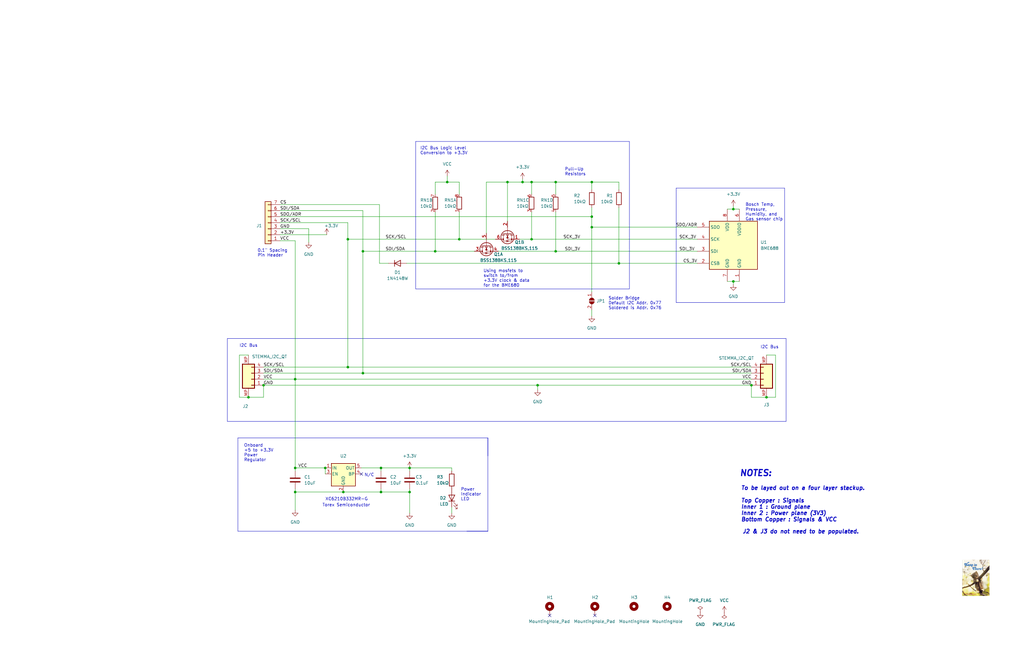
<source format=kicad_sch>
(kicad_sch (version 20231120) (generator "eeschema") (generator_version "8.0")
  (paper "B")
  (title_block (title "BME688 Breakout Board") (rev "0.1") (company "Cat Branchman") (comment 1 "ezzat@stanford.edu") (comment 2 "Stanford, CA 94305-9505") (comment 3 "350 Jane Stanford Way") (comment 4 "Electrical Engineering Department") (comment 5 "EE 156 / Stanford University"))
  (lib_symbols
    (symbol "+3.3V_1" (power) (pin_names (offset 0))
      (property "Value" "+3.3V" (at 0 3.556 0))
      (symbol "+3.3V_1_0_1"
        (polyline (pts (xy -0.762 1.27) (xy 0 2.54)))
        (polyline (pts (xy 0 0) (xy 0 2.54)))
        (polyline (pts (xy 0 2.54) (xy 0.762 1.27)))
      )
      (symbol "+3.3V_1_1_1"
        (pin power_in line (at 0 0 90) (length 0) hide (name "+3.3V") (number "1"))
      )
    )
    (symbol "+3.3V_2" (power) (pin_names (offset 0))
      (property "Value" "+3.3V" (at 0 3.556 0))
      (symbol "+3.3V_2_0_1"
        (polyline (pts (xy -0.762 1.27) (xy 0 2.54)))
        (polyline (pts (xy 0 0) (xy 0 2.54)))
        (polyline (pts (xy 0 2.54) (xy 0.762 1.27)))
      )
      (symbol "+3.3V_2_1_1"
        (pin power_in line (at 0 0 90) (length 0) hide (name "+3.3V") (number "1"))
      )
    )
    (symbol "+3.3V_3" (power) (pin_names (offset 0))
      (property "Value" "+3.3V" (at 0 3.556 0))
      (symbol "+3.3V_3_0_1"
        (polyline (pts (xy -0.762 1.27) (xy 0 2.54)))
        (polyline (pts (xy 0 0) (xy 0 2.54)))
        (polyline (pts (xy 0 2.54) (xy 0.762 1.27)))
      )
      (symbol "+3.3V_3_1_1"
        (pin power_in line (at 0 0 90) (length 0) hide (name "+3.3V") (number "1"))
      )
    )
    (symbol "GND_1" (power) (pin_names (offset 0))
      (property "Value" "GND" (at 0 -3.81 0))
      (symbol "GND_1_0_1"
        (polyline (pts (xy 0 0) (xy 0 -1.27) (xy 1.27 -1.27) (xy 0 -2.54) (xy -1.27 -1.27) (xy 0 -1.27)))
      )
      (symbol "GND_1_1_1"
        (pin power_in line (at 0 0 270) (length 0) hide (name "GND") (number "1"))
      )
    )
    (symbol "GND_2" (power) (pin_names (offset 0))
      (property "Value" "GND" (at 0 -3.81 0))
      (symbol "GND_2_0_1"
        (polyline (pts (xy 0 0) (xy 0 -1.27) (xy 1.27 -1.27) (xy 0 -2.54) (xy -1.27 -1.27) (xy 0 -1.27)))
      )
      (symbol "GND_2_1_1"
        (pin power_in line (at 0 0 270) (length 0) hide (name "GND") (number "1"))
      )
    )
    (symbol "GND_3" (power) (pin_names (offset 0))
      (property "Value" "GND" (at 0 -3.81 0))
      (symbol "GND_3_0_1"
        (polyline (pts (xy 0 0) (xy 0 -1.27) (xy 1.27 -1.27) (xy 0 -2.54) (xy -1.27 -1.27) (xy 0 -1.27)))
      )
      (symbol "GND_3_1_1"
        (pin power_in line (at 0 0 270) (length 0) hide (name "GND") (number "1"))
      )
    )
    (symbol "GND_4" (power) (pin_names (offset 0))
      (property "Value" "GND" (at 0 -3.81 0))
      (symbol "GND_4_0_1"
        (polyline (pts (xy 0 0) (xy 0 -1.27) (xy 1.27 -1.27) (xy 0 -2.54) (xy -1.27 -1.27) (xy 0 -1.27)))
      )
      (symbol "GND_4_1_1"
        (pin power_in line (at 0 0 270) (length 0) hide (name "GND") (number "1"))
      )
    )
    (symbol "GND_5" (power) (pin_names (offset 0))
      (property "Value" "GND" (at 0 -3.81 0))
      (symbol "GND_5_0_1"
        (polyline (pts (xy 0 0) (xy 0 -1.27) (xy 1.27 -1.27) (xy 0 -2.54) (xy -1.27 -1.27) (xy 0 -1.27)))
      )
      (symbol "GND_5_1_1"
        (pin power_in line (at 0 0 270) (length 0) hide (name "GND") (number "1"))
      )
    )
    (symbol "GND_6" (power) (pin_names (offset 0))
      (property "Value" "GND" (at 0 -3.81 0))
      (symbol "GND_6_0_1"
        (polyline (pts (xy 0 0) (xy 0 -1.27) (xy 1.27 -1.27) (xy 0 -2.54) (xy -1.27 -1.27) (xy 0 -1.27)))
      )
      (symbol "GND_6_1_1"
        (pin power_in line (at 0 0 270) (length 0) hide (name "GND") (number "1"))
      )
    )
    (symbol "GND_7" (power) (pin_names (offset 0))
      (property "Value" "GND" (at 0 -3.81 0))
      (symbol "GND_7_0_1"
        (polyline (pts (xy 0 0) (xy 0 -1.27) (xy 1.27 -1.27) (xy 0 -2.54) (xy -1.27 -1.27) (xy 0 -1.27)))
      )
      (symbol "GND_7_1_1"
        (pin power_in line (at 0 0 270) (length 0) hide (name "GND") (number "1"))
      )
    )
    (symbol "Lab_3:STEMMA_I2C_QT" (pin_names (offset 1.016) hide)
      (property "Reference" "J2" (at 6.35 0 0))
      (property "Value" "STEMMA_I2C_QT" (at 12.7 -2.54 0))
      (symbol "STEMMA_I2C_QT_0_0"
        (pin passive line (at 1.27 -10.16 90) (length 3.81) (name "Mounting_Pad") (number "MP"))
        (pin passive line (at 1.27 7.62 270) (length 3.81) (name "Mounting_Pad") (number "MP"))
      )
      (symbol "STEMMA_I2C_QT_0_1"
        (rectangle (start -1.27 -6.35) (end 3.81 3.81) (stroke (width 0.4)) (fill (type background)))
      )
      (symbol "STEMMA_I2C_QT_1_1"
        (rectangle (start -1.27 -4.953) (end 0 -5.207) (stroke (width 0.1524)))
        (rectangle (start -1.27 -2.413) (end 0 -2.667) (stroke (width 0.1524)))
        (rectangle (start -1.27 0.127) (end 0 -0.127) (stroke (width 0.1524)))
        (rectangle (start -1.27 2.667) (end 0 2.413) (stroke (width 0.1524)))
        (pin passive line (at -5.08 2.54 0) (length 3.81) (name "Pin_1") (number "1"))
        (pin passive line (at -5.08 0 0) (length 3.81) (name "Pin_2") (number "2"))
        (pin passive line (at -5.08 -2.54 0) (length 3.81) (name "Pin_3") (number "3"))
        (pin passive line (at -5.08 -5.08 0) (length 3.81) (name "Pin_4") (number "4"))
      )
    )
    (symbol "Lab_4:1N4148W" (pin_numbers hide) (pin_names hide)
      (property "Reference" "D" (at 0 2.54 0))
      (property "Value" "1N4148W" (at 0 -2.54 0))
      (symbol "1N4148W_0_1"
        (polyline (pts (xy -1.27 1.27) (xy -1.27 -1.27)) (stroke (width 0.254)))
        (polyline (pts (xy 1.27 0) (xy -1.27 0)))
        (polyline (pts (xy 1.27 1.27) (xy 1.27 -1.27) (xy -1.27 0) (xy 1.27 1.27)) (stroke (width 0.254)))
      )
      (symbol "1N4148W_1_1"
        (pin passive line (at -3.81 0 0) (length 2.54) (name "K") (number "1"))
        (pin passive line (at 3.81 0 180) (length 2.54) (name "A") (number "2"))
      )
    )
    (symbol "Lab_4:2N7002D" (pin_names hide)
      (property "Reference" "Q" (at 5.08 1.905 0))
      (property "Value" "2N7002D" (at 5.08 0 0))
      (symbol "2N7002D_0_1"
        (polyline (pts (xy 0.254 0) (xy -2.54 0)))
        (polyline (pts (xy 0.254 1.905) (xy 0.254 -1.905)) (stroke (width 0.254)))
        (polyline (pts (xy 0.762 -1.27) (xy 0.762 -2.286)) (stroke (width 0.254)))
        (polyline (pts (xy 0.762 0.508) (xy 0.762 -0.508)) (stroke (width 0.254)))
        (polyline (pts (xy 0.762 2.286) (xy 0.762 1.27)) (stroke (width 0.254)))
        (polyline (pts (xy 2.54 2.54) (xy 2.54 1.778)))
        (polyline (pts (xy 2.54 -2.54) (xy 2.54 0) (xy 0.762 0)))
        (polyline (pts (xy 0.762 -1.778) (xy 3.302 -1.778) (xy 3.302 1.778) (xy 0.762 1.778)))
        (polyline (pts (xy 1.016 0) (xy 2.032 0.381) (xy 2.032 -0.381) (xy 1.016 0)) (fill (type outline)))
        (polyline (pts (xy 2.794 0.508) (xy 2.921 0.381) (xy 3.683 0.381) (xy 3.81 0.254)))
        (polyline (pts (xy 3.302 0.381) (xy 2.921 -0.254) (xy 3.683 -0.254) (xy 3.302 0.381)))
        (circle (center 1.651 0) (radius 2.794) (stroke (width 0.254)))
        (circle (center 2.54 -1.778) (radius 0.254) (fill (type outline)))
        (circle (center 2.54 1.778) (radius 0.254) (fill (type outline)))
      )
      (symbol "2N7002D_1_1"
        (pin passive line (at 2.54 5.08 270) (length 2.54) (name "D") (number "3"))
        (pin passive line (at 2.54 -5.08 90) (length 2.54) (name "S") (number "4"))
        (pin input line (at -5.08 0 0) (length 2.54) (name "G") (number "5"))
      )
      (symbol "2N7002D_2_1"
        (pin passive line (at 2.54 -5.08 90) (length 2.54) (name "S") (number "1"))
        (pin input line (at -5.08 0 0) (length 2.54) (name "G") (number "2"))
        (pin passive line (at 2.54 5.08 270) (length 2.54) (name "D") (number "6"))
      )
    )
    (symbol "Lab_4:BME680"
      (property "Reference" "U" (at -8.89 11.43 0))
      (property "Value" "BME680" (at 7.62 11.43 0))
      (symbol "BME680_0_1"
        (rectangle (start -10.16 10.16) (end 10.16 -10.16) (stroke (width 0.254)) (fill (type background)))
      )
      (symbol "BME680_1_1"
        (pin power_in line (at -2.54 -15.24 90) (length 5.08) (name "GND") (number "1"))
        (pin input line (at 15.24 -7.62 180) (length 5.08) (name "CSB") (number "2"))
        (pin bidirectional line (at 15.24 -2.54 180) (length 5.08) (name "SDI") (number "3"))
        (pin input line (at 15.24 2.54 180) (length 5.08) (name "SCK") (number "4"))
        (pin bidirectional line (at 15.24 7.62 180) (length 5.08) (name "SDO") (number "5"))
        (pin power_in line (at -2.54 15.24 270) (length 5.08) (name "VDDIO") (number "6"))
        (pin power_in line (at 2.54 -15.24 90) (length 5.08) (name "GND") (number "7"))
        (pin power_in line (at 2.54 15.24 270) (length 5.08) (name "VDD") (number "8"))
      )
    )
    (symbol "Lab_4:C" (pin_numbers hide) (pin_names (offset 0.254))
      (property "Reference" "C" (at 0.635 2.54 0))
      (property "Value" "C" (at 0.635 -2.54 0))
      (symbol "C_0_1"
        (polyline (pts (xy -2.032 -0.762) (xy 2.032 -0.762)) (stroke (width 0.508)))
        (polyline (pts (xy -2.032 0.762) (xy 2.032 0.762)) (stroke (width 0.508)))
      )
      (symbol "C_1_1"
        (pin passive line (at 0 3.81 270) (length 2.794) (name "~") (number "1"))
        (pin passive line (at 0 -3.81 90) (length 2.794) (name "~") (number "2"))
      )
    )
    (symbol "Lab_4:Conn_01x07" (pin_names (offset 1.016) hide)
      (property "Reference" "J" (at 0 10.16 0))
      (property "Value" "Conn_01x07" (at 0 -10.16 0))
      (symbol "Conn_01x07_1_1"
        (rectangle (start -1.27 -7.493) (end 0 -7.747) (stroke (width 0.1524)))
        (rectangle (start -1.27 -4.953) (end 0 -5.207) (stroke (width 0.1524)))
        (rectangle (start -1.27 -2.413) (end 0 -2.667) (stroke (width 0.1524)))
        (rectangle (start -1.27 0.127) (end 0 -0.127) (stroke (width 0.1524)))
        (rectangle (start -1.27 2.667) (end 0 2.413) (stroke (width 0.1524)))
        (rectangle (start -1.27 5.207) (end 0 4.953) (stroke (width 0.1524)))
        (rectangle (start -1.27 7.747) (end 0 7.493) (stroke (width 0.1524)))
        (rectangle (start -1.27 8.89) (end 1.27 -8.89) (stroke (width 0.254)) (fill (type background)))
        (pin passive line (at -5.08 7.62 0) (length 3.81) (name "Pin_1") (number "1"))
        (pin passive line (at -5.08 5.08 0) (length 3.81) (name "Pin_2") (number "2"))
        (pin passive line (at -5.08 2.54 0) (length 3.81) (name "Pin_3") (number "3"))
        (pin passive line (at -5.08 0 0) (length 3.81) (name "Pin_4") (number "4"))
        (pin passive line (at -5.08 -2.54 0) (length 3.81) (name "Pin_5") (number "5"))
        (pin passive line (at -5.08 -5.08 0) (length 3.81) (name "Pin_6") (number "6"))
        (pin passive line (at -5.08 -7.62 0) (length 3.81) (name "Pin_7") (number "7"))
      )
    )
    (symbol "Lab_4:LED" (pin_numbers hide) (pin_names (offset 1.016) hide)
      (property "Reference" "D" (at 0 2.54 0))
      (property "Value" "LED" (at 0 -2.54 0))
      (symbol "LED_0_1"
        (polyline (pts (xy -1.27 -1.27) (xy -1.27 1.27)) (stroke (width 0.254)))
        (polyline (pts (xy -1.27 0) (xy 1.27 0)))
        (polyline (pts (xy 1.27 -1.27) (xy 1.27 1.27) (xy -1.27 0) (xy 1.27 -1.27)) (stroke (width 0.254)))
        (polyline (pts (xy -3.048 -0.762) (xy -4.572 -2.286) (xy -3.81 -2.286) (xy -4.572 -2.286) (xy -4.572 -1.524)))
        (polyline (pts (xy -1.778 -0.762) (xy -3.302 -2.286) (xy -2.54 -2.286) (xy -3.302 -2.286) (xy -3.302 -1.524)))
      )
      (symbol "LED_1_1"
        (pin passive line (at -3.81 0 0) (length 2.54) (name "K") (number "1"))
        (pin passive line (at 3.81 0 180) (length 2.54) (name "A") (number "2"))
      )
    )
    (symbol "Lab_4:MIC5205-3.3YM5" (pin_names (offset 0.254))
      (property "Reference" "U" (at -3.81 5.715 0))
      (property "Value" "MIC5205-3.3YM5" (at 0 5.715 0))
      (symbol "MIC5205-3.3YM5_0_1"
        (rectangle (start -5.08 4.445) (end 5.08 -5.08) (stroke (width 0.254)) (fill (type background)))
      )
      (symbol "MIC5205-3.3YM5_1_1"
        (pin power_in line (at -7.62 2.54 0) (length 2.54) (name "IN") (number "1"))
        (pin power_in line (at 0 -7.62 90) (length 2.54) (name "GND") (number "2"))
        (pin input line (at -7.62 0 0) (length 2.54) (name "EN") (number "3"))
        (pin input line (at 7.62 0 180) (length 2.54) (name "BP") (number "4"))
        (pin power_out line (at 7.62 2.54 180) (length 2.54) (name "OUT") (number "5"))
      )
    )
    (symbol "Lab_4:MountingHole" (pin_names (offset 1.016))
      (property "Reference" "H" (at 0 5.08 0))
      (property "Value" "MountingHole" (at 0 3.175 0))
      (symbol "MountingHole_0_1"
        (circle (center 0 0) (radius 1.27) (stroke (width 1.27)))
      )
    )
    (symbol "Lab_4:MountingHole_Pad" (pin_numbers hide) (pin_names (offset 1.016) hide)
      (property "Reference" "H" (at 0 6.35 0))
      (property "Value" "MountingHole_Pad" (at 0 4.445 0))
      (symbol "MountingHole_Pad_0_1"
        (circle (center 0 1.27) (radius 1.27) (stroke (width 1.27)))
      )
      (symbol "MountingHole_Pad_1_1"
        (pin input line (at 0 -2.54 90) (length 2.54) (name "1") (number "1"))
      )
    )
    (symbol "Lab_4:R" (pin_numbers hide) (pin_names (offset 0))
      (property "Reference" "R" (at 2.032 0 90))
      (property "Value" "R" (at 0 0 90))
      (symbol "R_0_1"
        (rectangle (start -1.016 -2.54) (end 1.016 2.54) (stroke (width 0.254)))
      )
      (symbol "R_1_1"
        (pin passive line (at 0 3.81 270) (length 1.27) (name "~") (number "1"))
        (pin passive line (at 0 -3.81 90) (length 1.27) (name "~") (number "2"))
      )
    )
    (symbol "Lab_4:R_Pack04_Split" (pin_names (offset 0) hide)
      (property "Reference" "RN" (at 2.032 0 90))
      (property "Value" "R_Pack04_Split" (at 0 0 90))
      (symbol "R_Pack04_Split_0_1"
        (rectangle (start 1.016 2.54) (end -1.016 -2.54) (stroke (width 0.254)))
      )
      (symbol "R_Pack04_Split_1_1"
        (pin passive line (at 0 -3.81 90) (length 1.27) (name "R1.1") (number "1"))
        (pin passive line (at 0 3.81 270) (length 1.27) (name "R1.2") (number "8"))
      )
      (symbol "R_Pack04_Split_2_1"
        (pin passive line (at 0 -3.81 90) (length 1.27) (name "R2.1") (number "2"))
        (pin passive line (at 0 3.81 270) (length 1.27) (name "R2.2") (number "7"))
      )
      (symbol "R_Pack04_Split_3_1"
        (pin passive line (at 0 -3.81 90) (length 1.27) (name "R3.1") (number "3"))
        (pin passive line (at 0 3.81 270) (length 1.27) (name "R3.2") (number "6"))
      )
      (symbol "R_Pack04_Split_4_1"
        (pin passive line (at 0 -3.81 90) (length 1.27) (name "R4.1") (number "4"))
        (pin passive line (at 0 3.81 270) (length 1.27) (name "R4.2") (number "5"))
      )
    )
    (symbol "Lab_4:SolderJumper_2_Open" (pin_names (offset 0) hide)
      (property "Reference" "JP" (at 0 2.032 0))
      (property "Value" "SolderJumper_2_Open" (at 0 -2.54 0))
      (symbol "SolderJumper_2_Open_0_1"
        (arc (start -0.254 1.016) (mid -1.2656 0) (end -0.254 -1.016))
        (arc (start -0.254 1.016) (mid -1.2656 0) (end -0.254 -1.016) (fill (type outline)))
        (polyline (pts (xy -0.254 1.016) (xy -0.254 -1.016)))
        (polyline (pts (xy 0.254 1.016) (xy 0.254 -1.016)))
        (arc (start 0.254 -1.016) (mid 1.2656 0) (end 0.254 1.016))
        (arc (start 0.254 -1.016) (mid 1.2656 0) (end 0.254 1.016) (fill (type outline)))
      )
      (symbol "SolderJumper_2_Open_1_1"
        (pin passive line (at -3.81 0 0) (length 2.54) (name "A") (number "1"))
        (pin passive line (at 3.81 0 180) (length 2.54) (name "B") (number "2"))
      )
    )
    (symbol "PWR_FLAG_1" (power) (pin_numbers hide) (pin_names (offset 0) hide)
      (property "Value" "PWR_FLAG" (at 0 3.81 0))
      (symbol "PWR_FLAG_1_0_0"
        (pin power_out line (at 0 0 90) (length 0) (name "pwr") (number "1"))
      )
      (symbol "PWR_FLAG_1_0_1"
        (polyline (pts (xy 0 0) (xy 0 1.27) (xy -1.016 1.905) (xy 0 2.54) (xy 1.016 1.905) (xy 0 1.27)))
      )
    )
    (symbol "STEMMA_I2C_QT_1" (pin_names (offset 1.016) hide)
      (property "Reference" "J2" (at 6.35 0 0))
      (property "Value" "STEMMA_I2C_QT" (at 12.7 -2.54 0))
      (symbol "STEMMA_I2C_QT_1_0_0"
        (pin passive line (at 1.27 -10.16 90) (length 3.81) (name "Mounting_Pad") (number "MP"))
        (pin passive line (at 1.27 7.62 270) (length 3.81) (name "Mounting_Pad") (number "MP"))
      )
      (symbol "STEMMA_I2C_QT_1_0_1"
        (rectangle (start -1.27 -6.35) (end 3.81 3.81) (stroke (width 0.4)) (fill (type background)))
      )
      (symbol "STEMMA_I2C_QT_1_1_1"
        (rectangle (start -1.27 -4.953) (end 0 -5.207) (stroke (width 0.1524)))
        (rectangle (start -1.27 -2.413) (end 0 -2.667) (stroke (width 0.1524)))
        (rectangle (start -1.27 0.127) (end 0 -0.127) (stroke (width 0.1524)))
        (rectangle (start -1.27 2.667) (end 0 2.413) (stroke (width 0.1524)))
        (pin passive line (at -5.08 2.54 0) (length 3.81) (name "Pin_1") (number "1"))
        (pin passive line (at -5.08 0 0) (length 3.81) (name "Pin_2") (number "2"))
        (pin passive line (at -5.08 -2.54 0) (length 3.81) (name "Pin_3") (number "3"))
        (pin passive line (at -5.08 -5.08 0) (length 3.81) (name "Pin_4") (number "4"))
      )
    )
    (symbol "VCC_1" (power) (pin_names (offset 0))
      (property "Value" "VCC" (at 0 3.81 0))
      (symbol "VCC_1_0_1"
        (polyline (pts (xy -0.762 1.27) (xy 0 2.54)))
        (polyline (pts (xy 0 0) (xy 0 2.54)))
        (polyline (pts (xy 0 2.54) (xy 0.762 1.27)))
      )
      (symbol "VCC_1_1_1"
        (pin power_in line (at 0 0 90) (length 0) hide (name "VCC") (number "1"))
      )
    )
    (symbol "power:+3.3V" (power) (pin_names (offset 0))
      (property "Value" "+3.3V" (at 0 3.556 0))
      (symbol "+3.3V_0_1"
        (polyline (pts (xy -0.762 1.27) (xy 0 2.54)))
        (polyline (pts (xy 0 0) (xy 0 2.54)))
        (polyline (pts (xy 0 2.54) (xy 0.762 1.27)))
      )
      (symbol "+3.3V_1_1"
        (pin power_in line (at 0 0 90) (length 0) hide (name "+3.3V") (number "1"))
      )
    )
    (symbol "power:GND" (power) (pin_names (offset 0))
      (property "Value" "GND" (at 0 -3.81 0))
      (symbol "GND_0_1"
        (polyline (pts (xy 0 0) (xy 0 -1.27) (xy 1.27 -1.27) (xy 0 -2.54) (xy -1.27 -1.27) (xy 0 -1.27)))
      )
      (symbol "GND_1_1"
        (pin power_in line (at 0 0 270) (length 0) hide (name "GND") (number "1"))
      )
    )
    (symbol "power:PWR_FLAG" (power) (pin_numbers hide) (pin_names (offset 0) hide)
      (property "Value" "PWR_FLAG" (at 0 3.81 0))
      (symbol "PWR_FLAG_0_0"
        (pin power_out line (at 0 0 90) (length 0) (name "pwr") (number "1"))
      )
      (symbol "PWR_FLAG_0_1"
        (polyline (pts (xy 0 0) (xy 0 1.27) (xy -1.016 1.905) (xy 0 2.54) (xy 1.016 1.905) (xy 0 1.27)))
      )
    )
    (symbol "power:VCC" (power) (pin_names (offset 0))
      (property "Value" "VCC" (at 0 3.81 0))
      (symbol "VCC_0_1"
        (polyline (pts (xy -0.762 1.27) (xy 0 2.54)))
        (polyline (pts (xy 0 0) (xy 0 2.54)))
        (polyline (pts (xy 0 2.54) (xy 0.762 1.27)))
      )
      (symbol "VCC_1_1"
        (pin power_in line (at 0 0 90) (length 0) hide (name "VCC") (number "1"))
      )
    )
  )
  (junction (at 316.865 162.56))
  (junction (at 144.78 207.645))
  (junction (at 224.155 100.965))
  (junction (at 188.595 76.835))
  (junction (at 172.72 207.645))
  (junction (at 124.46 160.02))
  (junction (at 249.555 95.885))
  (junction (at 249.555 91.44))
  (junction (at 160.655 207.645))
  (junction (at 226.695 162.56))
  (junction (at 234.315 76.835))
  (junction (at 137.16 197.485))
  (junction (at 260.985 111.125))
  (junction (at 111.125 162.56))
  (junction (at 234.315 106.045))
  (junction (at 146.685 100.965))
  (junction (at 104.775 167.64))
  (junction (at 124.46 207.645))
  (junction (at 193.675 100.965))
  (junction (at 213.995 76.835))
  (junction (at 249.555 76.835))
  (junction (at 172.72 197.485))
  (junction (at 224.155 76.835))
  (junction (at 323.215 167.64))
  (junction (at 153.035 106.045))
  (junction (at 183.515 106.045))
  (junction (at 160.655 197.485))
  (junction (at 153.035 157.48))
  (junction (at 220.345 76.835))
  (junction (at 309.245 118.745))
  (junction (at 124.46 197.485))
  (junction (at 309.245 88.265))
  (junction (at 146.685 154.94))
  (no_connect (at 152.4 200.025))
  (no_connect (at 250.825 259.715))
  (no_connect (at 231.775 259.715))
  (wire (pts (xy 249.555 91.44) (xy 249.555 95.885)))
  (wire (pts (xy 219.075 100.965) (xy 224.155 100.965)))
  (wire (pts (xy 160.02 111.125) (xy 163.83 111.125)))
  (wire (pts (xy 153.035 106.045) (xy 183.515 106.045)))
  (wire (pts (xy 124.46 207.645) (xy 124.46 215.265)))
  (wire (pts (xy 213.995 76.835) (xy 220.345 76.835)))
  (wire (pts (xy 160.655 206.375) (xy 160.655 207.645)))
  (polyline (pts (xy 205.74 224.155) (xy 100.33 224.155)))
  (wire (pts (xy 190.5 213.995) (xy 190.5 216.535)))
  (wire (pts (xy 316.865 162.56) (xy 316.865 167.64)))
  (wire (pts (xy 220.345 75.565) (xy 220.345 76.835)))
  (wire (pts (xy 172.72 207.645) (xy 160.655 207.645)))
  (wire (pts (xy 311.785 88.265) (xy 309.245 88.265)))
  (wire (pts (xy 153.035 88.9) (xy 118.11 88.9)))
  (wire (pts (xy 124.46 101.6) (xy 124.46 160.02)))
  (wire (pts (xy 193.675 89.535) (xy 193.675 100.965)))
  (wire (pts (xy 249.555 95.885) (xy 294.005 95.885)))
  (wire (pts (xy 213.995 76.835) (xy 213.995 93.345)))
  (wire (pts (xy 309.245 86.995) (xy 309.245 88.265)))
  (wire (pts (xy 118.11 91.44) (xy 249.555 91.44)))
  (wire (pts (xy 260.985 76.835) (xy 249.555 76.835)))
  (wire (pts (xy 224.155 76.835) (xy 224.155 81.915)))
  (wire (pts (xy 183.515 76.835) (xy 188.595 76.835)))
  (wire (pts (xy 100.965 149.86) (xy 104.775 149.86)))
  (wire (pts (xy 205.105 76.835) (xy 213.995 76.835)))
  (wire (pts (xy 249.555 95.885) (xy 249.555 123.19)))
  (polyline (pts (xy 331.47 142.875) (xy 331.47 177.8)))
  (polyline (pts (xy 100.33 184.785) (xy 205.74 184.785)))
  (wire (pts (xy 183.515 81.915) (xy 183.515 76.835)))
  (wire (pts (xy 146.685 154.94) (xy 316.865 154.94)))
  (wire (pts (xy 224.155 100.965) (xy 294.005 100.965)))
  (wire (pts (xy 234.315 76.835) (xy 234.315 81.915)))
  (wire (pts (xy 100.965 149.86) (xy 100.965 167.64)))
  (wire (pts (xy 118.11 86.36) (xy 160.02 86.36)))
  (wire (pts (xy 193.675 76.835) (xy 193.675 81.915)))
  (wire (pts (xy 111.125 162.56) (xy 111.125 167.64)))
  (wire (pts (xy 104.775 167.64) (xy 111.125 167.64)))
  (wire (pts (xy 124.46 206.375) (xy 124.46 207.645)))
  (wire (pts (xy 172.72 197.485) (xy 172.72 198.755)))
  (wire (pts (xy 316.865 167.64) (xy 323.215 167.64)))
  (polyline (pts (xy 205.74 184.785) (xy 205.74 192.405)))
  (wire (pts (xy 137.16 200.025) (xy 137.16 197.485)))
  (wire (pts (xy 100.965 167.64) (xy 104.775 167.64)))
  (wire (pts (xy 144.78 207.645) (xy 160.655 207.645)))
  (polyline (pts (xy 95.885 177.8) (xy 95.885 142.875)))
  (wire (pts (xy 224.155 89.535) (xy 224.155 100.965)))
  (wire (pts (xy 226.695 162.56) (xy 316.865 162.56)))
  (polyline (pts (xy 330.835 79.375) (xy 330.835 127.635)))
  (wire (pts (xy 152.4 197.485) (xy 160.655 197.485)))
  (wire (pts (xy 124.46 197.485) (xy 137.16 197.485)))
  (wire (pts (xy 146.685 93.98) (xy 146.685 100.965)))
  (wire (pts (xy 172.72 207.645) (xy 172.72 216.535)))
  (wire (pts (xy 111.125 157.48) (xy 153.035 157.48)))
  (polyline (pts (xy 330.835 127.635) (xy 285.115 127.635)))
  (wire (pts (xy 153.035 106.045) (xy 153.035 157.48)))
  (wire (pts (xy 183.515 89.535) (xy 183.515 106.045)))
  (wire (pts (xy 309.245 88.265) (xy 306.705 88.265)))
  (wire (pts (xy 260.985 111.125) (xy 294.005 111.125)))
  (wire (pts (xy 188.595 76.835) (xy 193.675 76.835)))
  (wire (pts (xy 118.11 99.06) (xy 137.795 99.06)))
  (wire (pts (xy 190.5 197.485) (xy 190.5 198.755)))
  (wire (pts (xy 249.555 130.81) (xy 249.555 133.35)))
  (wire (pts (xy 160.655 197.485) (xy 172.72 197.485)))
  (wire (pts (xy 146.685 100.965) (xy 193.675 100.965)))
  (wire (pts (xy 220.345 76.835) (xy 224.155 76.835)))
  (wire (pts (xy 111.125 160.02) (xy 124.46 160.02)))
  (wire (pts (xy 124.46 197.485) (xy 124.46 198.755)))
  (wire (pts (xy 210.185 106.045) (xy 234.315 106.045)))
  (wire (pts (xy 111.125 154.94) (xy 146.685 154.94)))
  (wire (pts (xy 118.11 101.6) (xy 124.46 101.6)))
  (polyline (pts (xy 100.33 184.785) (xy 100.33 224.155)))
  (wire (pts (xy 172.72 197.485) (xy 190.5 197.485)))
  (wire (pts (xy 188.595 74.295) (xy 188.595 76.835)))
  (wire (pts (xy 146.685 100.965) (xy 146.685 154.94)))
  (wire (pts (xy 111.125 162.56) (xy 226.695 162.56)))
  (polyline (pts (xy 95.885 142.875) (xy 331.47 142.875)))
  (wire (pts (xy 146.685 93.98) (xy 118.11 93.98)))
  (wire (pts (xy 205.105 98.425) (xy 205.105 76.835)))
  (wire (pts (xy 309.245 118.745) (xy 306.705 118.745)))
  (wire (pts (xy 124.46 160.02) (xy 316.865 160.02)))
  (wire (pts (xy 249.555 87.63) (xy 249.555 91.44)))
  (wire (pts (xy 226.695 162.56) (xy 226.695 164.465)))
  (wire (pts (xy 183.515 106.045) (xy 200.025 106.045)))
  (wire (pts (xy 160.655 197.485) (xy 160.655 198.755)))
  (polyline (pts (xy 205.74 184.785) (xy 205.74 224.155)))
  (wire (pts (xy 118.11 96.52) (xy 130.175 96.52)))
  (wire (pts (xy 234.315 89.535) (xy 234.315 106.045)))
  (polyline (pts (xy 285.115 79.375) (xy 330.835 79.375)))
  (wire (pts (xy 193.675 100.965) (xy 208.915 100.965)))
  (wire (pts (xy 327.025 149.86) (xy 327.025 167.64)))
  (wire (pts (xy 311.785 118.745) (xy 309.245 118.745)))
  (wire (pts (xy 172.72 206.375) (xy 172.72 207.645)))
  (wire (pts (xy 153.035 157.48) (xy 316.865 157.48)))
  (wire (pts (xy 234.315 106.045) (xy 294.005 106.045)))
  (wire (pts (xy 124.46 207.645) (xy 144.78 207.645)))
  (wire (pts (xy 124.46 160.02) (xy 124.46 197.485)))
  (wire (pts (xy 153.035 106.045) (xy 153.035 88.9)))
  (wire (pts (xy 160.02 86.36) (xy 160.02 111.125)))
  (wire (pts (xy 224.155 76.835) (xy 234.315 76.835)))
  (polyline (pts (xy 196.85 224.155) (xy 205.74 224.155)))
  (wire (pts (xy 323.215 149.86) (xy 327.025 149.86)))
  (polyline (pts (xy 331.47 177.8) (xy 95.885 177.8)))
  (wire (pts (xy 171.45 111.125) (xy 260.985 111.125)))
  (wire (pts (xy 309.245 118.745) (xy 309.245 120.015)))
  (wire (pts (xy 327.025 167.64) (xy 323.215 167.64)))
  (wire (pts (xy 260.985 80.01) (xy 260.985 76.835)))
  (wire (pts (xy 249.555 76.835) (xy 234.315 76.835)))
  (wire (pts (xy 249.555 80.01) (xy 249.555 76.835)))
  (wire (pts (xy 130.175 96.52) (xy 130.175 102.235)))
  (wire (pts (xy 260.985 87.63) (xy 260.985 111.125)))
  (polyline (pts (xy 285.115 127.635) (xy 285.115 79.375)))
  (rectangle (start 175.26 59.69) (end 265.43 121.92))
  (image (at 411.48 243.84) (scale 0.54208))
  (text "0.1\" Spacing\nPin Header" (at 108.585 108.585 0) (effects (font (size 1.27 1.27)) (justify left bottom)))
  (text "XC6210B332MR-G" (at 137.16 211.455 0) (effects (font (size 1.27 1.27)) (justify left bottom)))
  (text "Power\nIndicator\nLED" (at 194.31 211.455 0) (effects (font (size 1.27 1.27)) (justify left bottom)))
  (text "To be layed out on a four layer stackup.\n\nTop Copper : Signals\nInner 1 : Ground plane\nInner 2 : Power plane (3V3)\nBottom Copper : Signals & VCC" (at 312.42 220.345 0) (effects (font (size 1.65 1.65) (bold yes) (italic yes)) (justify left bottom)))
  (text "NOTES:" (at 311.785 201.295 0) (effects (font (size 2.54 2.54) (thickness 0.508) (bold yes) (italic yes)) (justify left bottom)))
  (text "Pull-Up\nResistors" (at 238.125 74.295 0) (effects (font (size 1.27 1.27)) (justify left bottom)))
  (text "N/C" (at 153.67 201.295 0) (effects (font (size 1.27 1.27)) (justify left bottom)))
  (text "Torex Semiconductor" (at 135.89 213.995 0) (effects (font (size 1.27 1.27)) (justify left bottom)))
  (text "Bosch Temp, \nPressure,\nHumidity, and \nGas sensor chip" (at 314.325 93.345 0) (effects (font (size 1.27 1.27)) (justify left bottom)))
  (text "J2 & J3 do not need to be populated." (at 313.055 225.425 0) (effects (font (size 1.65 1.65) (bold yes) (italic yes)) (justify left bottom)))
  (text "Solder Bridge\nDefault I2C Addr. 0x77\nSoldered is Addr. 0x76" (at 256.54 130.81 0) (effects (font (size 1.27 1.27)) (justify left bottom)))
  (text "Onboard\n+5 to +3.3V\nPower\nRegulator" (at 102.87 194.945 0) (effects (font (size 1.27 1.27)) (justify left bottom)))
  (text "I2C Bus Logic Level\nConversion to +3.3V\n" (at 177.165 65.405 0) (effects (font (size 1.27 1.27)) (justify left bottom)))
  (text "I2C Bus" (at 100.965 146.685 0) (effects (font (size 1.27 1.27)) (justify left bottom)))
  (text "I2C Bus" (at 320.675 147.32 0) (effects (font (size 1.27 1.27)) (justify left bottom)))
  (text "Using mosfets to \nswitch to/from\n+3.3V clock & data\nfor the BME680" (at 203.835 121.285 0) (effects (font (size 1.27 1.27)) (justify left bottom)))
  (label "SDI{slash}SDA" (at 111.125 157.48 0))
  (label "+3.3V" (at 118.11 99.06 0))
  (label "VCC" (at 125.73 197.485 0))
  (label "SDI_3V" (at 286.385 106.045 0))
  (label "GND" (at 316.865 162.56 180))
  (label "VCC" (at 118.11 101.6 0))
  (label "GND" (at 118.11 96.52 0))
  (label "CS" (at 118.11 86.36 0))
  (label "SCK_3V" (at 237.49 100.965 0))
  (label "VCC" (at 111.125 160.02 0))
  (label "SDI{slash}SDA" (at 118.11 88.9 0))
  (label "CS_3V" (at 294.005 111.125 180))
  (label "GND" (at 111.125 162.56 0))
  (label "SCK_3V" (at 286.385 100.965 0))
  (label "SCK{slash}SCL" (at 118.11 93.98 0))
  (label "SDO{slash}ADR" (at 118.11 91.44 0))
  (label "SCK{slash}SCL" (at 111.125 154.94 0))
  (label "SDI_3V" (at 238.125 106.045 0))
  (label "SCK{slash}SCL" (at 316.865 154.94 180))
  (label "SDI{slash}SDA" (at 316.865 157.48 180))
  (label "SCK{slash}SCL" (at 162.56 100.965 0))
  (label "VCC" (at 316.865 160.02 180))
  (label "SDO{slash}ADR" (at 294.005 95.885 180))
  (label "SDI{slash}SDA" (at 162.56 106.045 0))
  (symbol (lib_name "PWR_FLAG_1") (lib_id "power:PWR_FLAG") (at 295.275 258.445 0) (unit 1)
    (property "Reference" "#FLG0102" (effects (hide yes)))
    (property "Value" "PWR_FLAG" (at 295.275 253.365 0))
  )
  (symbol (lib_id "Lab_4:R_Pack04_Split") (at 234.315 85.725 0) (unit 4)
    (property "Reference" "RN1" (at 227.965 84.455 0) (effects (justify left)))
    (property "Value" "10kΩ" (at 227.965 86.995 0) (effects (justify left)))
    (property "Footprint" "Resistor_SMD:R_Array_Convex_4x0612" (effects (hide yes)))
    (property "Description" "10k Ohm ±5% 62.5mW Power Per Element Isolated 4 Resistor Network/Array ±200ppm/°C 1206 (3216 Metric), Convex, Long Side Terminals" (effects (hide yes)))
    (property "Vendor" "DigiKey" (effects (hide yes)))
    (property "Vendor P/N" "CAY16-103J4LFCT-ND " (effects (hide yes)))
    (property "Mfr" "Bourns Inc." (effects (hide yes)))
    (property "Mfr P/N" "CAY16-103J4LF" (effects (hide yes)))
    (property "Supplier 1" "DigiKey" (effects (hide yes)))
    (property "Supplier 1 P/N" "CAY16-103J4LFCT-ND " (effects (hide yes)))
  )
  (symbol (lib_id "Lab_4:BME680") (at 309.245 103.505 0) (mirror y) (unit 1)
    (property "Reference" "U1" (at 320.675 102.2349 0) (effects (justify right)))
    (property "Value" "BME688" (at 320.675 104.7749 0) (effects (justify right)))
    (property "Footprint" "Package_LGA:Bosch_LGA-8_3x3mm_P0.8mm_ClockwisePinNumbering" (effects (hide yes)))
    (property "Datasheet" "https://www.bosch-sensortec.com/media/boschsensortec/downloads/datasheets/bst-bme688-ds000.pdf" (effects (hide yes)))
    (property "Description" "Gas, Humidity, Pressure, Temperature Sensor I²C, SPI Output" (effects (hide yes)))
    (property "Vendor" "DigiKey" (effects (hide yes)))
    (property "Vendor P/N" "828-BME688CT-ND" (effects (hide yes)))
    (property "Mfr" "Bosch Sensortec" (effects (hide yes)))
    (property "Mfr P/N" "BME688" (effects (hide yes)))
    (property "Supplier 1" "DigiKey" (effects (hide yes)))
    (property "Supplier 1 P/N" "828-BME688CT-ND" (effects (hide yes)))
  )
  (symbol (lib_id "Lab_4:2N7002D") (at 213.995 98.425 90) (mirror x) (unit 2)
    (property "Reference" "Q1" (at 219.075 102.235 90))
    (property "Value" "BSS138BKS,115" (at 219.075 104.775 90))
    (property "Footprint" "Package_TO_SOT_SMD:SOT-363_SC-70-6_Handsoldering" (effects (hide yes)))
    (property "Datasheet" "https://assets.nexperia.com/documents/data-sheet/BSS138BKS.pdf" (effects (hide yes)))
    (property "Description" "60 V, 320 mA dual N-channel MOSFET Array" (effects (hide yes)))
    (property "Vendor" "DigiKey" (effects (hide yes)))
    (property "Vendor P/N" "1727-6478-1-ND" (effects (hide yes)))
    (property "Mfr" "Nexperia" (effects (hide yes)))
    (property "Mfr P/N" "BSS138BKS,115" (effects (hide yes)))
    (property "Supplier 1" "Digikey" (effects (hide yes)))
    (property "Supplier 1 P/N" "1727-6478-1-ND" (effects (hide yes)))
  )
  (symbol (lib_id "Lab_4:R_Pack04_Split") (at 183.515 85.725 0) (unit 2)
    (property "Reference" "RN1" (at 177.165 84.455 0) (effects (justify left)))
    (property "Value" "10kΩ" (at 177.165 86.995 0) (effects (justify left)))
    (property "Footprint" "Resistor_SMD:R_Array_Convex_4x0612" (effects (hide yes)))
    (property "Description" "10k Ohm ±5% 62.5mW Power Per Element Isolated 4 Resistor Network/Array ±200ppm/°C 1206 (3216 Metric), Convex, Long Side Terminals" (effects (hide yes)))
    (property "Vendor" "DigiKey" (effects (hide yes)))
    (property "Vendor P/N" "CAY16-103J4LFCT-ND " (effects (hide yes)))
    (property "Mfr" "Bourns Inc." (effects (hide yes)))
    (property "Mfr P/N" "CAY16-103J4LF" (effects (hide yes)))
    (property "Supplier 1" "DigiKey" (effects (hide yes)))
    (property "Supplier 1 P/N" "CAY16-103J4LFCT-ND " (effects (hide yes)))
  )
  (symbol (lib_id "Lab_4:R") (at 249.555 83.82 0) (unit 1)
    (property "Reference" "R2" (at 241.935 82.55 0) (effects (justify left)))
    (property "Value" "10kΩ" (at 241.935 85.09 0) (effects (justify left)))
    (property "Footprint" "Resistor_SMD:R_0805_2012Metric_Pad1.20x1.40mm_HandSolder" (effects (hide yes)))
    (property "Description" "10 kOhms ±1% 0.125W, 1/8W Chip Resistor 0805 (2012 Metric) Thick Film" (effects (hide yes)))
    (property "Vendor" "DigiKey" (effects (hide yes)))
    (property "Vendor P/N" "YAG1319CT-ND" (effects (hide yes)))
    (property "Mfr" "Yageo" (effects (hide yes)))
    (property "Mfr P/N" "RC0805FR-0710KP" (effects (hide yes)))
    (property "Supplier 1" "DigiKey" (effects (hide yes)))
    (property "Supplier 1 P/N" "YAG1319CT-ND" (effects (hide yes)))
  )
  (symbol (lib_name "VCC_1") (lib_id "power:VCC") (at 188.595 74.295 0) (unit 1)
    (property "Reference" "#PWR03" (effects (hide yes)))
    (property "Value" "VCC" (at 188.595 69.215 0))
  )
  (symbol (lib_id "Lab_4:MIC5205-3.3YM5") (at 144.78 200.025 0) (unit 1)
    (property "Reference" "U2" (at 144.78 192.405 0))
    (property "Value" "XC6210B332MR-G" (effects (hide yes)))
    (property "Footprint" "Package_TO_SOT_SMD:SOT-23-5" (effects (hide yes)))
    (property "Datasheet" "https://www.torexsemi.com/file/xc6210/XC6210.pdf" (effects (hide yes)))
    (property "Description" "Linear Voltage Regulator IC Positive Fixed 1 Output 700mA SOT-25-5" (effects (hide yes)))
    (property "Vendor" "DigiKey" (effects (hide yes)))
    (property "Vendor P/N" "893-1075-1-ND" (effects (hide yes)))
    (property "Mfr" "Torex Semiconductor Ltd" (effects (hide yes)))
    (property "Mfr P/N" "XC6210B332MR-G" (effects (hide yes)))
    (property "Supplier 1" "DigiKey" (effects (hide yes)))
    (property "Supplier 1 P/N" "893-1075-1-ND" (effects (hide yes)))
  )
  (symbol (lib_id "Lab_4:MountingHole") (at 281.305 255.905 0) (unit 1) (in_bom no)
    (property "Reference" "H4" (at 280.035 252.095 0) (effects (justify left)))
    (property "Value" "MountingHole" (at 274.955 262.255 0) (effects (justify left)))
    (property "Footprint" "MountingHole:MountingHole_2.2mm_M2_ISO7380" (effects (hide yes)))
  )
  (symbol (lib_name "GND_3") (lib_id "power:GND") (at 249.555 133.35 0) (unit 1)
    (property "Reference" "#PWR08" (effects (hide yes)))
    (property "Value" "GND" (at 249.555 138.43 0))
  )
  (symbol (lib_id "Lab_4:R_Pack04_Split") (at 224.155 85.725 0) (unit 3)
    (property "Reference" "RN1" (at 217.805 84.455 0) (effects (justify left)))
    (property "Value" "10kΩ" (at 217.805 86.995 0) (effects (justify left)))
    (property "Footprint" "Resistor_SMD:R_Array_Convex_4x0612" (effects (hide yes)))
    (property "Description" "10k Ohm ±5% 62.5mW Power Per Element Isolated 4 Resistor Network/Array ±200ppm/°C 1206 (3216 Metric), Convex, Long Side Terminals" (effects (hide yes)))
    (property "Vendor" "DigiKey" (effects (hide yes)))
    (property "Vendor P/N" "CAY16-103J4LFCT-ND " (effects (hide yes)))
    (property "Mfr" "Bourns Inc." (effects (hide yes)))
    (property "Mfr P/N" "CAY16-103J4LF" (effects (hide yes)))
    (property "Supplier 1" "DigiKey" (effects (hide yes)))
    (property "Supplier 1 P/N" "CAY16-103J4LFCT-ND " (effects (hide yes)))
  )
  (symbol (lib_id "Lab_4:Conn_01x07") (at 113.03 93.98 180) (unit 1)
    (property "Reference" "J1" (at 110.49 95.2501 0) (effects (justify left)))
    (property "Value" "Conn_01x07" (effects (hide yes)))
    (property "Footprint" "Connector_PinSocket_2.54mm:PinSocket_1x07_P2.54mm_Vertical" (effects (hide yes)))
    (property "Vendor" "DigiKey" (effects (hide yes)))
    (property "Vendor P/N" "2011-1X07G00SI032B" (effects (hide yes)))
  )
  (symbol (lib_name "GND_1") (lib_id "power:GND") (at 226.695 164.465 0) (unit 1)
    (property "Reference" "#PWR04" (effects (hide yes)))
    (property "Value" "GND" (at 226.695 169.545 0))
  )
  (symbol (lib_name "+3.3V_1") (lib_id "power:+3.3V") (at 309.245 86.995 0) (unit 1)
    (property "Reference" "#PWR07" (effects (hide yes)))
    (property "Value" "+3.3V" (at 309.245 81.915 0))
  )
  (symbol (lib_name "GND_2") (lib_id "power:GND") (at 309.245 120.015 0) (unit 1)
    (property "Reference" "#PWR05" (effects (hide yes)))
    (property "Value" "GND" (at 309.245 125.095 0))
  )
  (symbol (lib_id "Lab_4:C") (at 124.46 202.565 0) (unit 1)
    (property "Reference" "C1" (at 128.27 201.2949 0) (effects (justify left)))
    (property "Value" "10uF" (at 128.27 203.8349 0) (effects (justify left)))
    (property "Footprint" "Capacitor_SMD:C_1206_3216Metric_Pad1.33x1.80mm_HandSolder" (effects (hide yes)))
    (property "Datasheet" "https://mm.digikey.com/Volume0/opasdata/d220001/medias/docus/41/CL31A106MAHNNNE_Spec.pdf" (effects (hide yes)))
    (property "Description" "CAP CER 10UF 25V X5R 1206" (effects (hide yes)))
    (property "Vendor" "DigiKey" (effects (hide yes)))
    (property "Vendor P/N" "1276-1181-1-ND" (effects (hide yes)))
    (property "Mfr" "Samsung Electro-Mechanics" (effects (hide yes)))
    (property "Mfr P/N" "CL31A106MAHNNNE" (effects (hide yes)))
    (property "Supplier 1" "Digikey" (effects (hide yes)))
    (property "Supplier 1 P/N" "1276-1181-1-ND" (effects (hide yes)))
  )
  (symbol (lib_name "GND_5") (lib_id "power:GND") (at 124.46 215.265 0) (unit 1)
    (property "Reference" "#PWR0115" (effects (hide yes)))
    (property "Value" "GND" (at 124.46 220.345 0))
  )
  (symbol (lib_id "Lab_4:SolderJumper_2_Open") (at 249.555 127 270) (unit 1) (in_bom no)
    (property "Reference" "JP1" (at 253.365 127 90))
    (property "Value" "SolderJumper_2_Open" (effects (hide yes)))
    (property "Footprint" "Jumper:SolderJumper-2_P1.3mm_Open_TrianglePad1.0x1.5mm" (effects (hide yes)))
  )
  (symbol (lib_id "Lab_4:C") (at 160.655 202.565 0) (unit 1)
    (property "Reference" "C2" (at 164.465 201.2949 0) (effects (justify left)))
    (property "Value" "10uF" (at 164.465 203.8349 0) (effects (justify left)))
    (property "Footprint" "Capacitor_SMD:C_1206_3216Metric_Pad1.33x1.80mm_HandSolder" (effects (hide yes)))
    (property "Datasheet" "https://mm.digikey.com/Volume0/opasdata/d220001/medias/docus/41/CL31A106MAHNNNE_Spec.pdf" (effects (hide yes)))
    (property "Description" "CAP CER 10UF 25V X5R 1206" (effects (hide yes)))
    (property "Vendor" "DigiKey" (effects (hide yes)))
    (property "Vendor P/N" "1276-1181-1-ND" (effects (hide yes)))
    (property "Mfr" "Samsung Electro-Mechanics" (effects (hide yes)))
    (property "Mfr P/N" "CL31A106MAHNNNE" (effects (hide yes)))
    (property "Supplier 1" "Digikey" (effects (hide yes)))
    (property "Supplier 1 P/N" "1276-1181-1-ND" (effects (hide yes)))
  )
  (symbol (lib_id "Lab_4:R") (at 190.5 202.565 0) (unit 1)
    (property "Reference" "R3" (at 184.15 201.295 0) (effects (justify left)))
    (property "Value" "10kΩ" (at 184.15 203.835 0) (effects (justify left)))
    (property "Footprint" "Resistor_SMD:R_0805_2012Metric_Pad1.20x1.40mm_HandSolder" (effects (hide yes)))
    (property "Description" "10 kOhms ±1% 0.125W, 1/8W Chip Resistor 0805 (2012 Metric) Thick Film" (effects (hide yes)))
    (property "Vendor" "DigiKey" (effects (hide yes)))
    (property "Vendor P/N" "YAG1319CT-ND" (effects (hide yes)))
    (property "Mfr" "Yageo" (effects (hide yes)))
    (property "Mfr P/N" "RC0805FR-0710KP" (effects (hide yes)))
    (property "Supplier 1" "DigiKey" (effects (hide yes)))
    (property "Supplier 1 P/N" "YAG1319CT-ND" (effects (hide yes)))
  )
  (symbol (lib_id "Lab_4:R") (at 260.985 83.82 0) (mirror y) (unit 1)
    (property "Reference" "R1" (at 258.445 82.5499 0) (effects (justify left)))
    (property "Value" "10kΩ" (at 258.445 85.0899 0) (effects (justify left)))
    (property "Footprint" "Resistor_SMD:R_0805_2012Metric_Pad1.20x1.40mm_HandSolder" (effects (hide yes)))
    (property "Description" "10 kOhms ±1% 0.125W, 1/8W Chip Resistor 0805 (2012 Metric) Thick Film" (effects (hide yes)))
    (property "Vendor" "DigiKey" (effects (hide yes)))
    (property "Vendor P/N" "YAG1319CT-ND" (effects (hide yes)))
    (property "Mfr" "Yageo" (effects (hide yes)))
    (property "Mfr P/N" "RC0805FR-0710KP" (effects (hide yes)))
    (property "Supplier 1" "DigiKey" (effects (hide yes)))
    (property "Supplier 1 P/N" "YAG1319CT-ND" (effects (hide yes)))
  )
  (symbol (lib_id "Lab_4:1N4148W") (at 167.64 111.125 0) (unit 1)
    (property "Reference" "D1" (at 167.64 114.935 0))
    (property "Value" "1N4148W" (at 167.64 117.475 0))
    (property "Footprint" "Diode_SMD:D_SOD-123" (effects (hide yes)))
    (property "Datasheet" "https://www.vishay.com/docs/85748/1n4148w.pdf" (effects (hide yes)))
    (property "Description" "DIODE GEN PURP 75V 250MA SOD123" (effects (hide yes)))
    (property "Vendor" "DigiKey" (effects (hide yes)))
    (property "Vendor P/N" "1655-1N4148WCT-ND" (effects (hide yes)))
    (property "Mfr" "SMC Diode Solutions" (effects (hide yes)))
    (property "Mfr P/N" "1N4148W" (effects (hide yes)))
    (property "Supplier 1" "DigiKey" (effects (hide yes)))
    (property "Supplier 1 P/N" "1655-1N4148WCT-ND" (effects (hide yes)))
    (property "Sim.Device" "D" (effects (hide yes)))
    (property "Sim.Pins" "1=K 2=A" (effects (hide yes)))
  )
  (symbol (lib_id "power:VCC") (at 305.435 258.445 0) (unit 1)
    (property "Reference" "#PWR0123" (effects (hide yes)))
    (property "Value" "VCC" (at 305.435 253.365 0))
  )
  (symbol (lib_name "+3.3V_2") (lib_id "power:+3.3V") (at 220.345 75.565 0) (unit 1)
    (property "Reference" "#PWR02" (effects (hide yes)))
    (property "Value" "+3.3V" (at 220.345 70.485 0))
  )
  (symbol (lib_name "GND_4") (lib_id "power:GND") (at 130.175 102.235 0) (unit 1)
    (property "Reference" "#PWR09" (effects (hide yes)))
    (property "Value" "GND" (at 130.175 107.315 0))
  )
  (symbol (lib_id "power:+3.3V") (at 172.72 197.485 0) (unit 1)
    (property "Reference" "#PWR0114" (effects (hide yes)))
    (property "Value" "+3.3V" (at 172.72 192.405 0))
  )
  (symbol (lib_name "GND_6") (lib_id "power:GND") (at 172.72 216.535 0) (unit 1)
    (property "Reference" "#PWR01" (effects (hide yes)))
    (property "Value" "GND" (at 172.72 221.615 0))
  )
  (symbol (lib_id "power:PWR_FLAG") (at 305.435 258.445 180) (unit 1)
    (property "Reference" "#FLG0101" (effects (hide yes)))
    (property "Value" "PWR_FLAG" (at 300.355 263.525 0) (effects (justify right)))
  )
  (symbol (lib_name "STEMMA_I2C_QT_1") (lib_id "Lab_4:STEMMA_I2C_QT") (at 106.045 160.02 180) (unit 1)
    (property "Reference" "J2" (at 103.505 171.45 0))
    (property "Value" "STEMMA_I2C_QT" (at 113.665 150.495 0))
    (property "Footprint" "Connector_JST:JST_SH_SM04B-SRSS-TB_1x04-1MP_P1.00mm_Horizontal" (effects (hide yes)))
    (property "Datasheet" "https://www.jst-mfg.com/product/pdf/eng/eSH.pdf" (effects (hide yes)))
    (property "Description" "Connector Header Surface Mount, Right Angle 4 position 0.039\" (1.00mm)" (effects (hide yes)))
    (property "Vendor" "DigiKey" (effects (hide yes)))
    (property "Vendor P/N" "455-1804-1-ND " (effects (hide yes)))
    (property "Mfr" "JST Sales America Inc." (effects (hide yes)))
    (property "Mfr P/N" "SM04B-SRSS-TB" (effects (hide yes)))
  )
  (symbol (lib_name "+3.3V_3") (lib_id "power:+3.3V") (at 137.795 99.06 0) (unit 1)
    (property "Reference" "#PWR010" (effects (hide yes)))
    (property "Value" "+3.3V" (at 139.7 95.25 0))
  )
  (symbol (lib_id "Lab_4:R_Pack04_Split") (at 193.675 85.725 0) (unit 1)
    (property "Reference" "RN1" (at 187.325 84.455 0) (effects (justify left)))
    (property "Value" "10kΩ" (at 187.325 86.995 0) (effects (justify left)))
    (property "Footprint" "Resistor_SMD:R_Array_Convex_4x0612" (effects (hide yes)))
    (property "Description" "10k Ohm ±5% 62.5mW Power Per Element Isolated 4 Resistor Network/Array ±200ppm/°C 1206 (3216 Metric), Convex, Long Side Terminals" (effects (hide yes)))
    (property "Vendor" "DigiKey" (effects (hide yes)))
    (property "Vendor P/N" "CAY16-103J4LFCT-ND " (effects (hide yes)))
    (property "Mfr" "Bourns Inc." (effects (hide yes)))
    (property "Mfr P/N" "CAY16-103J4LF" (effects (hide yes)))
    (property "Supplier 1" "DigiKey" (effects (hide yes)))
    (property "Supplier 1 P/N" "CAY16-103J4LFCT-ND " (effects (hide yes)))
  )
  (symbol (lib_id "Lab_4:MountingHole_Pad") (at 250.825 257.175 0) (unit 1) (in_bom no)
    (property "Reference" "H2" (at 249.555 252.095 0) (effects (justify left)))
    (property "Value" "MountingHole_Pad" (at 241.935 262.255 0) (effects (justify left)))
    (property "Footprint" "MountingHole:MountingHole_2.2mm_M2_ISO7380_Pad_TopBottom" (effects (hide yes)))
  )
  (symbol (lib_id "power:GND") (at 295.275 258.445 0) (unit 1)
    (property "Reference" "#PWR0124" (effects (hide yes)))
    (property "Value" "GND" (at 295.275 263.525 0))
  )
  (symbol (lib_id "Lab_4:MountingHole_Pad") (at 231.775 257.175 0) (unit 1) (in_bom no)
    (property "Reference" "H1" (at 230.505 252.095 0) (effects (justify left)))
    (property "Value" "MountingHole_Pad" (at 222.885 262.255 0) (effects (justify left)))
    (property "Footprint" "MountingHole:MountingHole_2.2mm_M2_ISO7380_Pad_TopBottom" (effects (hide yes)))
  )
  (symbol (lib_id "Lab_4:C") (at 172.72 202.565 0) (unit 1)
    (property "Reference" "C3" (at 175.26 201.295 0) (effects (justify left)))
    (property "Value" "0.1uF" (at 175.26 203.835 0) (effects (justify left)))
    (property "Footprint" "Capacitor_SMD:C_0805_2012Metric_Pad1.18x1.45mm_HandSolder" (effects (hide yes)))
    (property "Datasheet" "https://datasheets.kyocera-avx.com/KGM_X7R.pdf" (effects (hide yes)))
    (property "Description" "CAP CER 0.1UF 25V X7R 0805" (effects (hide yes)))
    (property "Vendor" "DigiKey" (effects (hide yes)))
    (property "Vendor P/N" "478-7947-1-ND" (effects (hide yes)))
    (property "Mfr" "KYOCERA AVX" (effects (hide yes)))
    (property "Mfr P/N" "KGM21NR71E104MT" (effects (hide yes)))
    (property "Supplier 1" "Digikey" (effects (hide yes)))
    (property "Supplier 1 P/N" "478-7947-1-ND" (effects (hide yes)))
  )
  (symbol (lib_id "Lab_4:LED") (at 190.5 210.185 90) (unit 1)
    (property "Reference" "D2" (at 185.42 210.185 90) (effects (justify right)))
    (property "Value" "LED" (at 185.42 212.725 90) (effects (justify right)))
    (property "Footprint" "LED_SMD:LED_0805_2012Metric_Pad1.15x1.40mm_HandSolder" (effects (hide yes)))
    (property "Datasheet" "https://www.qt-brightek.com/datasheet/QBLP631_series.pdf" (effects (hide yes)))
    (property "Description" "LED GREEN CLEAR 0805 SMD" (effects (hide yes)))
    (property "Vendor" "DigiKey" (effects (hide yes)))
    (property "Vendor P/N" "1516-1084-1-ND" (effects (hide yes)))
    (property "Mfr" "QT Brightek (QTB)" (effects (hide yes)))
    (property "Mfr P/N" "QBLP631-IG" (effects (hide yes)))
  )
  (symbol (lib_id "Lab_4:2N7002D") (at 205.105 103.505 90) (mirror x) (unit 1)
    (property "Reference" "Q1" (at 210.185 107.315 90))
    (property "Value" "BSS138BKS,115" (at 210.185 109.855 90))
    (property "Footprint" "Package_TO_SOT_SMD:SOT-363_SC-70-6_Handsoldering" (effects (hide yes)))
    (property "Datasheet" "https://assets.nexperia.com/documents/data-sheet/BSS138BKS.pdf" (effects (hide yes)))
    (property "Description" "60 V, 320 mA dual N-channel MOSFET Array" (effects (hide yes)))
    (property "Vendor" "DigiKey" (effects (hide yes)))
    (property "Vendor P/N" "1727-6478-1-ND" (effects (hide yes)))
    (property "Mfr" "Nexperia" (effects (hide yes)))
    (property "Mfr P/N" "BSS138BKS,115" (effects (hide yes)))
    (property "Supplier 1" "Digikey" (effects (hide yes)))
    (property "Supplier 1 P/N" "1727-6478-1-ND" (effects (hide yes)))
  )
  (symbol (lib_name "GND_7") (lib_id "power:GND") (at 190.5 216.535 0) (unit 1)
    (property "Reference" "#PWR06" (effects (hide yes)))
    (property "Value" "GND" (at 190.5 221.615 0))
  )
  (symbol (lib_name "Lab_3:STEMMA_I2C_QT") (lib_id "Lab_4:STEMMA_I2C_QT") (at 321.945 160.02 0) (mirror x) (unit 1)
    (property "Reference" "J3" (at 323.215 170.815 0))
    (property "Value" "STEMMA_I2C_QT" (at 310.515 151.13 0))
    (property "Footprint" "Connector_JST:JST_SH_SM04B-SRSS-TB_1x04-1MP_P1.00mm_Horizontal" (effects (hide yes)))
    (property "Datasheet" "https://www.jst-mfg.com/product/pdf/eng/eSH.pdf" (effects (hide yes)))
    (property "Description" "Connector Header Surface Mount, Right Angle 4 position 0.039\" (1.00mm)" (effects (hide yes)))
    (property "Vendor" "DigiKey" (effects (hide yes)))
    (property "Vendor P/N" "455-1804-1-ND " (effects (hide yes)))
    (property "Mfr" "JST Sales America Inc." (effects (hide yes)))
    (property "Mfr P/N" "SM04B-SRSS-TB" (effects (hide yes)))
    (property "Supplier 1" "Digikey" (effects (hide yes)))
    (property "Supplier 1 P/N" "455-1804-1-ND " (effects (hide yes)))
  )
  (symbol (lib_id "Lab_4:MountingHole") (at 267.335 255.905 0) (unit 1) (in_bom no)
    (property "Reference" "H3" (at 266.065 252.095 0) (effects (justify left)))
    (property "Value" "MountingHole" (at 260.985 262.255 0) (effects (justify left)))
    (property "Footprint" "MountingHole:MountingHole_2.2mm_M2_ISO7380" (effects (hide yes)))
  )
)
</source>
